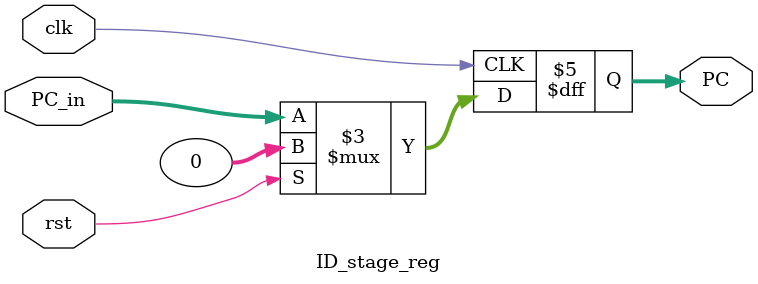
<source format=v>
module ID_stage_reg (
    input clk,    // Clock
    input rst,  // Asynchronous reset active high
    // input [4:0] Dest_in,
    // input [31:0] Reg2_in, Val2_in, Val1_in,
    input [31:0] PC_in,
    // input [31:0] Instruction_in,
    // input Br_taken_in,
    // input [3:0] EXE_CMD_in,
    // input MEM_R_EN_in, MEM_W_EN_in, WB_EN_in,
    // output reg [4:0] Dest,
    // output reg [31:0] Reg2, Val2, Val1,
    output reg [31:0] PC
    // output reg [31:0] Instruction
    // output reg Br_taken,
    // output reg [3:0] EXE_CMD,
    // output reg MEM_R_EN, MEM_W_EN, WB_EN
);
    always@(posedge clk)begin
        if(rst)begin
            PC <= 0;
            // Instruction <= 0;
            // Dest <= 5'b0;
            // Reg2 <= 32'b0;
            // Val2 <= 32'b0;
            // Val1 <= 32'b0;
            // Br_taken <= 0;
            // EXE_CMD <= 4'b0;
            // MEM_W_EN <= 0;
            // MEM_R_EN <= 0;
            // WB_EN <= 0;
        end
        else begin
            PC <= PC_in;
            // Instruction <= Instruction_in;
            // Dest <= Dest_in;
            // Reg2 <= Reg2_in;
            // Val2 <= Val2_in;
            // Val1 <= Val1_in;
            // Br_taken <= Br_taken_in;
            // EXE_CMD <= EXE_CMD_in;
            // MEM_W_EN <= MEM_W_EN_in;
            // MEM_R_EN <= MEM_R_EN_in;
            // WB_EN <= WB_EN_in;
        end
    end
endmodule
</source>
